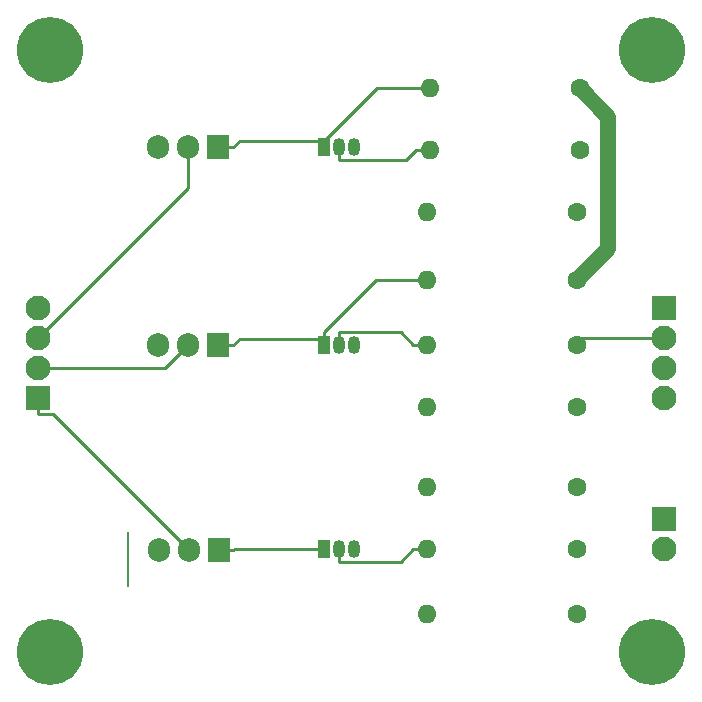
<source format=gbr>
%TF.GenerationSoftware,KiCad,Pcbnew,7.0.8*%
%TF.CreationDate,2023-11-11T13:48:29-05:00*%
%TF.ProjectId,StackLight,53746163-6b4c-4696-9768-742e6b696361,rev?*%
%TF.SameCoordinates,Original*%
%TF.FileFunction,Copper,L1,Top*%
%TF.FilePolarity,Positive*%
%FSLAX46Y46*%
G04 Gerber Fmt 4.6, Leading zero omitted, Abs format (unit mm)*
G04 Created by KiCad (PCBNEW 7.0.8) date 2023-11-11 13:48:29*
%MOMM*%
%LPD*%
G01*
G04 APERTURE LIST*
%TA.AperFunction,NonConductor*%
%ADD10C,0.200000*%
%TD*%
%TA.AperFunction,ComponentPad*%
%ADD11R,1.905000X2.000000*%
%TD*%
%TA.AperFunction,ComponentPad*%
%ADD12O,1.905000X2.000000*%
%TD*%
%TA.AperFunction,ConnectorPad*%
%ADD13C,5.600000*%
%TD*%
%TA.AperFunction,ComponentPad*%
%ADD14C,3.600000*%
%TD*%
%TA.AperFunction,ComponentPad*%
%ADD15C,1.600000*%
%TD*%
%TA.AperFunction,ComponentPad*%
%ADD16O,1.600000X1.600000*%
%TD*%
%TA.AperFunction,ComponentPad*%
%ADD17R,1.050000X1.500000*%
%TD*%
%TA.AperFunction,ComponentPad*%
%ADD18O,1.050000X1.500000*%
%TD*%
%TA.AperFunction,ComponentPad*%
%ADD19R,2.100000X2.100000*%
%TD*%
%TA.AperFunction,ComponentPad*%
%ADD20C,2.100000*%
%TD*%
%TA.AperFunction,Conductor*%
%ADD21C,1.370000*%
%TD*%
%TA.AperFunction,Conductor*%
%ADD22C,0.250000*%
%TD*%
G04 APERTURE END LIST*
D10*
X116850000Y-117655000D02*
X116850000Y-113055000D01*
D11*
%TO.P,Q4,1,G*%
%TO.N,Net-(Q3-D)*%
X124500000Y-97250000D03*
D12*
%TO.P,Q4,2,D*%
%TO.N,LED_2*%
X121960000Y-97250000D03*
%TO.P,Q4,3,S*%
%TO.N,+12V*%
X119420000Y-97250000D03*
%TD*%
D13*
%TO.P,H2,1,1*%
%TO.N,LED_GND*%
X161250000Y-72250000D03*
D14*
X161250000Y-72250000D03*
%TD*%
D15*
%TO.P,R5,1*%
%TO.N,ARD_2*%
X154850000Y-97250000D03*
D16*
%TO.P,R5,2*%
%TO.N,Net-(Q3-G)*%
X142150000Y-97250000D03*
%TD*%
D17*
%TO.P,Q1,1,D*%
%TO.N,Net-(Q1-D)*%
X133480000Y-114500000D03*
D18*
%TO.P,Q1,2,G*%
%TO.N,Net-(Q1-G)*%
X134750000Y-114500000D03*
%TO.P,Q1,3,S*%
%TO.N,LED_GND*%
X136020000Y-114500000D03*
%TD*%
D15*
%TO.P,R3,1*%
%TO.N,LED_GND*%
X154850000Y-109250000D03*
D16*
%TO.P,R3,2*%
%TO.N,Net-(Q1-G)*%
X142150000Y-109250000D03*
%TD*%
D11*
%TO.P,Q6,1,G*%
%TO.N,Net-(Q5-D)*%
X124500000Y-80500000D03*
D12*
%TO.P,Q6,2,D*%
%TO.N,LED_3*%
X121960000Y-80500000D03*
%TO.P,Q6,3,S*%
%TO.N,+12V*%
X119420000Y-80500000D03*
%TD*%
D13*
%TO.P,H3,1,1*%
%TO.N,LED_GND*%
X110250000Y-123250000D03*
D14*
X110250000Y-123250000D03*
%TD*%
%TO.P,H1,1,1*%
%TO.N,LED_GND*%
X110250000Y-72250000D03*
D13*
X110250000Y-72250000D03*
%TD*%
D19*
%TO.P,J3,1,Pin_1*%
%TO.N,+12V*%
X162250000Y-111980000D03*
D20*
%TO.P,J3,2,Pin_2*%
%TO.N,LED_GND*%
X162250000Y-114520000D03*
%TD*%
D15*
%TO.P,R8,1*%
%TO.N,ARD_3*%
X155100000Y-80750000D03*
D16*
%TO.P,R8,2*%
%TO.N,Net-(Q5-G)*%
X142400000Y-80750000D03*
%TD*%
D17*
%TO.P,Q3,1,D*%
%TO.N,Net-(Q3-D)*%
X133460000Y-97250000D03*
D18*
%TO.P,Q3,2,G*%
%TO.N,Net-(Q3-G)*%
X134730000Y-97250000D03*
%TO.P,Q3,3,S*%
%TO.N,LED_GND*%
X136000000Y-97250000D03*
%TD*%
D15*
%TO.P,R6,1*%
%TO.N,+12V*%
X154850000Y-91750000D03*
D16*
%TO.P,R6,2*%
%TO.N,Net-(Q3-D)*%
X142150000Y-91750000D03*
%TD*%
D17*
%TO.P,Q5,1,D*%
%TO.N,Net-(Q5-D)*%
X133460000Y-80500000D03*
D18*
%TO.P,Q5,2,G*%
%TO.N,Net-(Q5-G)*%
X134730000Y-80500000D03*
%TO.P,Q5,3,S*%
%TO.N,LED_GND*%
X136000000Y-80500000D03*
%TD*%
D15*
%TO.P,R9,1*%
%TO.N,+12V*%
X155100000Y-75500000D03*
D16*
%TO.P,R9,2*%
%TO.N,Net-(Q5-D)*%
X142400000Y-75500000D03*
%TD*%
D19*
%TO.P,J2,1,Pin_1*%
%TO.N,LED_1*%
X109250000Y-101740000D03*
D20*
%TO.P,J2,2,Pin_2*%
%TO.N,LED_2*%
X109250000Y-99200000D03*
%TO.P,J2,3,Pin_3*%
%TO.N,LED_3*%
X109250000Y-96660000D03*
%TO.P,J2,4,Pin_4*%
%TO.N,LED_GND*%
X109250000Y-94120000D03*
%TD*%
D15*
%TO.P,R7,1*%
%TO.N,LED_GND*%
X154850000Y-86000000D03*
D16*
%TO.P,R7,2*%
%TO.N,Net-(Q5-G)*%
X142150000Y-86000000D03*
%TD*%
D11*
%TO.P,Q2,1,G*%
%TO.N,Net-(Q1-D)*%
X124540000Y-114555000D03*
D12*
%TO.P,Q2,2,D*%
%TO.N,LED_1*%
X122000000Y-114555000D03*
%TO.P,Q2,3,S*%
%TO.N,+12V*%
X119460000Y-114555000D03*
%TD*%
D19*
%TO.P,J1,1,Pin_1*%
%TO.N,ARD_1*%
X162250000Y-94130000D03*
D20*
%TO.P,J1,2,Pin_2*%
%TO.N,ARD_2*%
X162250000Y-96670000D03*
%TO.P,J1,3,Pin_3*%
%TO.N,ARD_3*%
X162250000Y-99210000D03*
%TO.P,J1,4,Pin_4*%
%TO.N,LED_GND*%
X162250000Y-101750000D03*
%TD*%
D15*
%TO.P,R2,1*%
%TO.N,ARD_1*%
X154850000Y-114500000D03*
D16*
%TO.P,R2,2*%
%TO.N,Net-(Q1-G)*%
X142150000Y-114500000D03*
%TD*%
D14*
%TO.P,H4,1,1*%
%TO.N,LED_GND*%
X161250000Y-123250000D03*
D13*
X161250000Y-123250000D03*
%TD*%
D15*
%TO.P,R1,1*%
%TO.N,+12V*%
X154850000Y-120000000D03*
D16*
%TO.P,R1,2*%
%TO.N,Net-(Q1-D)*%
X142150000Y-120000000D03*
%TD*%
D15*
%TO.P,R4,1*%
%TO.N,LED_GND*%
X154850000Y-102500000D03*
D16*
%TO.P,R4,2*%
%TO.N,Net-(Q3-G)*%
X142150000Y-102500000D03*
%TD*%
D21*
%TO.N,+12V*%
X157500000Y-77900000D02*
X155100000Y-75500000D01*
X157500000Y-89100000D02*
X157500000Y-77900000D01*
X154850000Y-91750000D02*
X157500000Y-89100000D01*
D22*
%TO.N,ARD_2*%
X155430000Y-96670000D02*
X154850000Y-97250000D01*
X162250000Y-96670000D02*
X155430000Y-96670000D01*
%TO.N,LED_3*%
X121960000Y-83950000D02*
X121960000Y-80500000D01*
X109250000Y-96660000D02*
X121960000Y-83950000D01*
%TO.N,Net-(Q5-G)*%
X134730000Y-81576900D02*
X134730000Y-80500000D01*
X140446000Y-81576900D02*
X134730000Y-81576900D01*
X141273000Y-80750000D02*
X140446000Y-81576900D01*
X142400000Y-80750000D02*
X141273000Y-80750000D01*
%TO.N,Net-(Q5-D)*%
X133460000Y-80500000D02*
X133460000Y-79961500D01*
X126318000Y-79961500D02*
X133460000Y-79961500D01*
X125779000Y-80500000D02*
X126318000Y-79961500D01*
X124500000Y-80500000D02*
X125779000Y-80500000D01*
X137922000Y-75500000D02*
X142400000Y-75500000D01*
X133460000Y-79961500D02*
X137922000Y-75500000D01*
%TO.N,LED_2*%
X120010000Y-99200000D02*
X121960000Y-97250000D01*
X109250000Y-99200000D02*
X120010000Y-99200000D01*
%TO.N,Net-(Q3-G)*%
X134730000Y-96173100D02*
X134730000Y-97250000D01*
X139946000Y-96173100D02*
X134730000Y-96173100D01*
X141023000Y-97250000D02*
X139946000Y-96173100D01*
X142150000Y-97250000D02*
X141023000Y-97250000D01*
%TO.N,Net-(Q3-D)*%
X133460000Y-96173100D02*
X133460000Y-96711500D01*
X137883000Y-91750000D02*
X133460000Y-96173100D01*
X142150000Y-91750000D02*
X137883000Y-91750000D01*
X126318000Y-96711500D02*
X133460000Y-96711500D01*
X125779000Y-97250000D02*
X126318000Y-96711500D01*
X124500000Y-97250000D02*
X125779000Y-97250000D01*
X133460000Y-97250000D02*
X133460000Y-96711500D01*
%TO.N,LED_1*%
X110562000Y-103117000D02*
X122000000Y-114555000D01*
X109250000Y-103117000D02*
X110562000Y-103117000D01*
X109250000Y-101740000D02*
X109250000Y-103117000D01*
%TO.N,Net-(Q1-G)*%
X134750000Y-115577000D02*
X134750000Y-114500000D01*
X139946000Y-115577000D02*
X134750000Y-115577000D01*
X141023000Y-114500000D02*
X139946000Y-115577000D01*
X142150000Y-114500000D02*
X141023000Y-114500000D01*
%TO.N,Net-(Q1-D)*%
X125874000Y-114500000D02*
X133480000Y-114500000D01*
X125819000Y-114555000D02*
X125874000Y-114500000D01*
X124540000Y-114555000D02*
X125819000Y-114555000D01*
%TD*%
M02*

</source>
